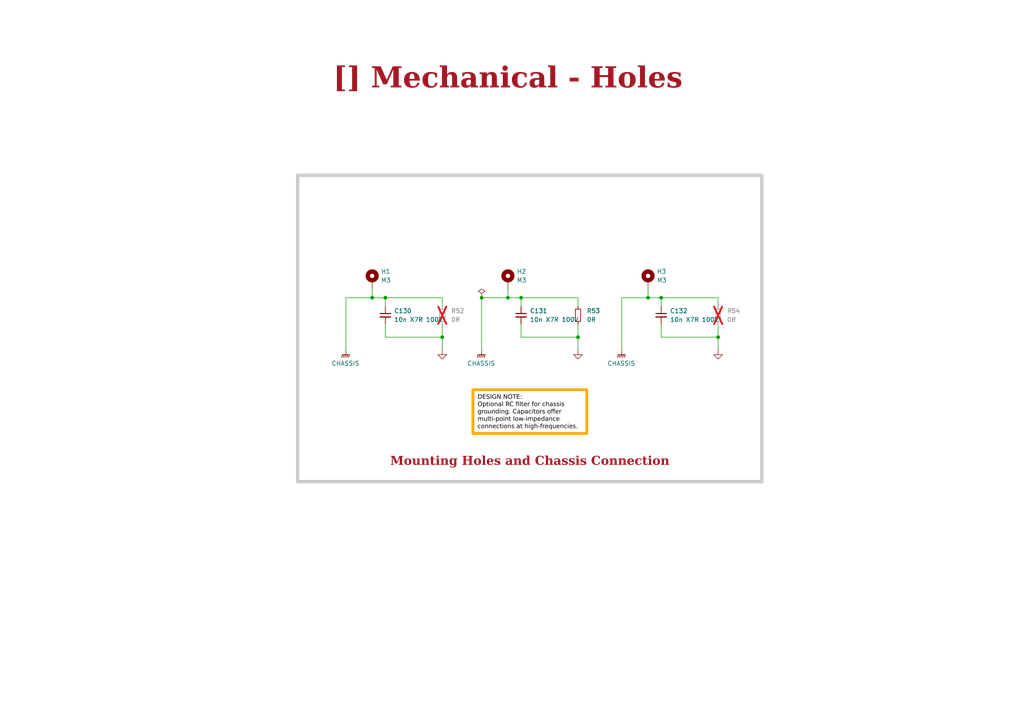
<source format=kicad_sch>
(kicad_sch (version 20230121) (generator eeschema)
  (paper "A4")
  (title_block (title "Mechanical - Holes") (date "2023-10-22") (rev "${REVISION}") (company "${COMPANY}"))
  (lib_symbols
    (symbol "0_power_symbols:CHASSIS" (power) (pin_names (offset 0))
      (property "Value" "CHASSIS" (at 0 -3.302 0))
      (symbol "CHASSIS_0_1"
        (polyline (pts (xy 0 -1.27) (xy 0 0)))
        (polyline (pts (xy -1.016 -1.27) (xy -1.27 -2.032) (xy -1.27 -2.032)) (stroke (width 0.2032)))
        (polyline (pts (xy -0.508 -1.27) (xy -0.762 -2.032) (xy -0.762 -2.032)) (stroke (width 0.2032)))
        (polyline (pts (xy 0 -1.27) (xy -0.254 -2.032) (xy -0.254 -2.032)) (stroke (width 0.2032)))
        (polyline (pts (xy 0.508 -1.27) (xy 0.254 -2.032) (xy 0.254 -2.032)) (stroke (width 0.2032)))
        (polyline (pts (xy 1.016 -1.27) (xy -1.016 -1.27) (xy -1.016 -1.27)) (stroke (width 0.2032)))
        (polyline (pts (xy 1.016 -1.27) (xy 0.762 -2.032) (xy 0.762 -2.032) (xy 0.762 -2.032)) (stroke (width 0.2032)))
      )
      (symbol "CHASSIS_1_1"
        (pin power_in line (at 0 0 270) (length 0) hide (name "CHASSIS") (number "1"))
      )
    )
    (symbol "Device:C_Small" (pin_numbers hide) (pin_names (offset 0.254) hide)
      (property "Reference" "C" (at 0.254 1.778 0))
      (property "Value" "C_Small" (at 0.254 -2.032 0))
      (symbol "C_Small_0_1"
        (polyline (pts (xy -1.524 -0.508) (xy 1.524 -0.508)) (stroke (width 0.3302)))
        (polyline (pts (xy -1.524 0.508) (xy 1.524 0.508)) (stroke (width 0.3048)))
      )
      (symbol "C_Small_1_1"
        (pin passive line (at 0 2.54 270) (length 2.032) (name "~") (number "1"))
        (pin passive line (at 0 -2.54 90) (length 2.032) (name "~") (number "2"))
      )
    )
    (symbol "Device:R_Small" (pin_numbers hide) (pin_names (offset 0.254) hide)
      (property "Reference" "R" (at 0.762 0.508 0))
      (property "Value" "R_Small" (at 0.762 -1.016 0))
      (symbol "R_Small_0_1"
        (rectangle (start -0.762 1.778) (end 0.762 -1.778) (stroke (width 0.2032)))
      )
      (symbol "R_Small_1_1"
        (pin passive line (at 0 2.54 270) (length 0.762) (name "~") (number "1"))
        (pin passive line (at 0 -2.54 90) (length 0.762) (name "~") (number "2"))
      )
    )
    (symbol "Mechanical:MountingHole_Pad" (pin_numbers hide) (pin_names (offset 1.016) hide)
      (property "Reference" "H" (at 0 6.35 0))
      (property "Value" "MountingHole_Pad" (at 0 4.445 0))
      (symbol "MountingHole_Pad_0_1"
        (circle (center 0 1.27) (radius 1.27) (stroke (width 1.27)))
      )
      (symbol "MountingHole_Pad_1_1"
        (pin input line (at 0 -2.54 90) (length 2.54) (name "1") (number "1"))
      )
    )
    (symbol "power:GND" (power) (pin_names (offset 0))
      (property "Value" "GND" (at 0 -3.81 0))
      (symbol "GND_0_1"
        (polyline (pts (xy 0 0) (xy 0 -1.27) (xy 1.27 -1.27) (xy 0 -2.54) (xy -1.27 -1.27) (xy 0 -1.27)))
      )
      (symbol "GND_1_1"
        (pin power_in line (at 0 0 270) (length 0) hide (name "GND") (number "1"))
      )
    )
    (symbol "power:PWR_FLAG" (power) (pin_numbers hide) (pin_names (offset 0) hide)
      (property "Value" "PWR_FLAG" (at 0 3.81 0))
      (symbol "PWR_FLAG_0_0"
        (pin power_out line (at 0 0 90) (length 0) (name "pwr") (number "1"))
      )
      (symbol "PWR_FLAG_0_1"
        (polyline (pts (xy 0 0) (xy 0 1.27) (xy -1.016 1.905) (xy 0 2.54) (xy 1.016 1.905) (xy 0 1.27)))
      )
    )
  )
  (junction (at 139.7 86.36))
  (junction (at 187.96 86.36))
  (junction (at 107.95 86.36))
  (junction (at 167.64 97.79))
  (junction (at 147.32 86.36))
  (junction (at 128.27 97.79))
  (junction (at 111.76 86.36))
  (junction (at 191.77 86.36))
  (junction (at 151.13 86.36))
  (junction (at 208.28 97.79))
  (wire (pts (xy 107.95 86.36) (xy 111.76 86.36)))
  (wire (pts (xy 111.76 97.79) (xy 128.27 97.79)))
  (wire (pts (xy 128.27 97.79) (xy 128.27 93.98)))
  (wire (pts (xy 208.28 97.79) (xy 208.28 101.6)))
  (wire (pts (xy 191.77 86.36) (xy 191.77 88.9)))
  (wire (pts (xy 187.96 83.82) (xy 187.96 86.36)))
  (wire (pts (xy 180.34 86.36) (xy 187.96 86.36)))
  (wire (pts (xy 180.34 101.6) (xy 180.34 86.36)))
  (wire (pts (xy 167.64 86.36) (xy 167.64 88.9)))
  (wire (pts (xy 208.28 86.36) (xy 208.28 88.9)))
  (wire (pts (xy 111.76 93.98) (xy 111.76 97.79)))
  (wire (pts (xy 139.7 86.36) (xy 139.7 101.6)))
  (wire (pts (xy 151.13 86.36) (xy 167.64 86.36)))
  (wire (pts (xy 128.27 86.36) (xy 128.27 88.9)))
  (wire (pts (xy 100.33 86.36) (xy 107.95 86.36)))
  (wire (pts (xy 191.77 97.79) (xy 208.28 97.79)))
  (wire (pts (xy 187.96 86.36) (xy 191.77 86.36)))
  (wire (pts (xy 167.64 97.79) (xy 167.64 93.98)))
  (wire (pts (xy 147.32 86.36) (xy 151.13 86.36)))
  (wire (pts (xy 147.32 83.82) (xy 147.32 86.36)))
  (wire (pts (xy 151.13 93.98) (xy 151.13 97.79)))
  (wire (pts (xy 151.13 97.79) (xy 167.64 97.79)))
  (wire (pts (xy 107.95 83.82) (xy 107.95 86.36)))
  (wire (pts (xy 208.28 97.79) (xy 208.28 93.98)))
  (wire (pts (xy 191.77 86.36) (xy 208.28 86.36)))
  (wire (pts (xy 151.13 86.36) (xy 151.13 88.9)))
  (wire (pts (xy 191.77 93.98) (xy 191.77 97.79)))
  (wire (pts (xy 111.76 86.36) (xy 111.76 88.9)))
  (wire (pts (xy 111.76 86.36) (xy 128.27 86.36)))
  (wire (pts (xy 167.64 97.79) (xy 167.64 101.6)))
  (wire (pts (xy 128.27 97.79) (xy 128.27 101.6)))
  (wire (pts (xy 139.7 86.36) (xy 147.32 86.36)))
  (wire (pts (xy 100.33 101.6) (xy 100.33 86.36)))
  (rectangle (start 86.36 50.8) (end 220.98 139.7) (stroke (width 1) (color 200 200 200 1)))
  (text_box "[${#}] ${TITLE}" (at 78.74 16.51 0) (size 137.16 12.7) (stroke (width -0.0001)) (effects (font (size 6 6) (thickness 1.2) bold)))
  (text_box "Mounting Holes and Chassis Connection" (at 87.63 128.27 0) (size 132.08 8.89) (stroke (width -0.0001)) (effects (font (size 2.54 2.54) (thickness 0.508) bold) (justify bottom)))
  (text_box "DESIGN NOTE:\nOptional RC filter for chassis grounding. Capacitors offer multi-point low-impedance connections at high-frequencies." (at 137.16 113.03 0) (size 33.02 12.7) (stroke (width 0.8) (color 255 165 0 1)) (effects (font (size 1.27 1.27)) (justify left top)))
  (symbol (lib_id "power:GND") (at 128.27 101.6 0) (unit 1)
    (property "Reference" "#PWR090" (effects hide))
    (property "Value" "GND" (effects hide))
  )
  (symbol (lib_id "Device:C_Small") (at 111.76 91.44 0) (unit 1) (in_bom no)
    (property "Reference" "C130" (at 114.3 90.1763 0) (effects (justify left)))
    (property "Value" "10n X7R 100V" (at 114.3 92.7163 0) (effects (justify left)))
    (property "Footprint" "0_capacitor_smd:C_0402_1005_DensityHigh" (effects hide))
    (property "Datasheet" "https://mm.digikey.com/Volume0/opasdata/d220001/medias/docus/2615/HMR105B7103KV-F_SS.pdf" (effects hide))
    (property "Description" "10000 pF ±10% 100V Ceramic Capacitor X7R 0402 (1005 Metric)" (effects hide))
    (property "Manufacturer" "Taiyo Yuden" (effects hide))
    (property "Manufacturer Part Number" "HMR105B7103KV-F" (effects hide))
    (property "Supplier 1" "Digikey" (effects hide))
    (property "Supplier Part Number 1" "587-HMR105B7103KV-FCT-ND" (effects hide))
  )
  (symbol (lib_id "Mechanical:MountingHole_Pad") (at 107.95 81.28 0) (unit 1) (in_bom no)
    (property "Reference" "H1" (at 110.49 78.74 0) (effects (justify left)))
    (property "Value" "M3" (at 110.49 81.28 0) (effects (justify left)))
    (property "Footprint" "0_pad:MountingHole_3.2mm_M3_Pad_Via" (effects hide))
  )
  (symbol (lib_id "power:PWR_FLAG") (at 139.7 86.36 0) (unit 1)
    (property "Reference" "#FLG01" (effects hide))
    (property "Value" "PWR_FLAG" (effects hide))
    (instances (project "amulet_controller" (path "" (reference "#FLG01") (unit 1)) (path "" (reference "#FLG011") (unit 1))))
  )
  (symbol (lib_id "0_power_symbols:CHASSIS") (at 100.33 101.6 0) (unit 1)
    (property "Reference" "#PWR089" (effects hide))
    (property "Value" "CHASSIS" (at 100.203 105.41 0))
  )
  (symbol (lib_id "0_power_symbols:CHASSIS") (at 139.7 101.6 0) (unit 1)
    (property "Reference" "#PWR091" (effects hide))
    (property "Value" "CHASSIS" (at 139.573 105.41 0))
  )
  (symbol (lib_id "Device:R_Small") (at 167.64 91.44 0) (unit 1)
    (property "Reference" "R53" (at 170.18 90.17 0) (effects (justify left)))
    (property "Value" "0R" (at 170.18 92.71 0) (effects (justify left)))
    (property "Footprint" "0_resistor_smd:R_0402_1005_DensityHigh" (effects hide))
    (property "Datasheet" "https://industrial.panasonic.com/ww/products/pt/general-purpose-chip-resistors/models/ERJ2GE0R00X" (effects hide))
    (property "Description" "0 Ohms Jumper Chip Resistor 0402 (1005 Metric) Automotive AEC-Q200 Thick Film" (effects hide))
    (property "Manufacturer" "Panasonic Electronic Components" (effects hide))
    (property "Manufacturer Part Number" "ERJ-2GE0R00X" (effects hide))
    (property "Supplier 1" "Digikey" (effects hide))
    (property "Supplier Part Number 1" "P0.0JCT-ND" (effects hide))
  )
  (symbol (lib_id "Device:C_Small") (at 191.77 91.44 0) (unit 1) (in_bom no)
    (property "Reference" "C132" (at 194.31 90.1763 0) (effects (justify left)))
    (property "Value" "10n X7R 100V" (at 194.31 92.7163 0) (effects (justify left)))
    (property "Footprint" "0_capacitor_smd:C_0402_1005_DensityHigh" (effects hide))
    (property "Datasheet" "https://mm.digikey.com/Volume0/opasdata/d220001/medias/docus/2615/HMR105B7103KV-F_SS.pdf" (effects hide))
    (property "Description" "10000 pF ±10% 100V Ceramic Capacitor X7R 0402 (1005 Metric)" (effects hide))
    (property "Manufacturer" "Taiyo Yuden" (effects hide))
    (property "Manufacturer Part Number" "HMR105B7103KV-F" (effects hide))
    (property "Supplier 1" "Digikey" (effects hide))
    (property "Supplier Part Number 1" "587-HMR105B7103KV-FCT-ND" (effects hide))
  )
  (symbol (lib_id "0_power_symbols:CHASSIS") (at 180.34 101.6 0) (unit 1)
    (property "Reference" "#PWR093" (effects hide))
    (property "Value" "CHASSIS" (at 180.213 105.41 0))
  )
  (symbol (lib_id "Device:C_Small") (at 151.13 91.44 0) (unit 1) (in_bom no)
    (property "Reference" "C131" (at 153.67 90.1763 0) (effects (justify left)))
    (property "Value" "10n X7R 100V" (at 153.67 92.7163 0) (effects (justify left)))
    (property "Footprint" "0_capacitor_smd:C_0402_1005_DensityHigh" (effects hide))
    (property "Datasheet" "https://mm.digikey.com/Volume0/opasdata/d220001/medias/docus/2615/HMR105B7103KV-F_SS.pdf" (effects hide))
    (property "Description" "10000 pF ±10% 100V Ceramic Capacitor X7R 0402 (1005 Metric)" (effects hide))
    (property "Manufacturer" "Taiyo Yuden" (effects hide))
    (property "Manufacturer Part Number" "HMR105B7103KV-F" (effects hide))
    (property "Supplier 1" "Digikey" (effects hide))
    (property "Supplier Part Number 1" "587-HMR105B7103KV-FCT-ND" (effects hide))
  )
  (symbol (lib_id "power:GND") (at 208.28 101.6 0) (unit 1)
    (property "Reference" "#PWR094" (effects hide))
    (property "Value" "GND" (effects hide))
  )
  (symbol (lib_id "Device:R_Small") (at 128.27 91.44 0) (unit 1) (in_bom no) (dnp yes)
    (property "Reference" "R52" (at 130.81 90.17 0) (effects (justify left)))
    (property "Value" "0R" (at 130.81 92.71 0) (effects (justify left)))
    (property "Footprint" "0_resistor_smd:R_0402_1005_DensityHigh" (effects hide))
    (property "Datasheet" "https://industrial.panasonic.com/ww/products/pt/general-purpose-chip-resistors/models/ERJ2GE0R00X" (effects hide))
    (property "Description" "0 Ohms Jumper Chip Resistor 0402 (1005 Metric) Automotive AEC-Q200 Thick Film" (effects hide))
    (property "Manufacturer" "Panasonic Electronic Components" (effects hide))
    (property "Manufacturer Part Number" "ERJ-2GE0R00X" (effects hide))
    (property "Supplier 1" "Digikey" (effects hide))
    (property "Supplier Part Number 1" "P0.0JCT-ND" (effects hide))
  )
  (symbol (lib_id "power:GND") (at 167.64 101.6 0) (unit 1)
    (property "Reference" "#PWR092" (effects hide))
    (property "Value" "GND" (effects hide))
  )
  (symbol (lib_id "Mechanical:MountingHole_Pad") (at 147.32 81.28 0) (unit 1) (in_bom no)
    (property "Reference" "H2" (at 149.86 78.74 0) (effects (justify left)))
    (property "Value" "M3" (at 149.86 81.28 0) (effects (justify left)))
    (property "Footprint" "0_pad:MountingHole_3.2mm_M3_Pad_Via" (effects hide))
  )
  (symbol (lib_id "Device:R_Small") (at 208.28 91.44 0) (unit 1) (in_bom no) (dnp yes)
    (property "Reference" "R54" (at 210.82 90.17 0) (effects (justify left)))
    (property "Value" "0R" (at 210.82 92.71 0) (effects (justify left)))
    (property "Footprint" "0_resistor_smd:R_0402_1005_DensityHigh" (effects hide))
    (property "Datasheet" "https://industrial.panasonic.com/ww/products/pt/general-purpose-chip-resistors/models/ERJ2GE0R00X" (effects hide))
    (property "Description" "0 Ohms Jumper Chip Resistor 0402 (1005 Metric) Automotive AEC-Q200 Thick Film" (effects hide))
    (property "Manufacturer" "Panasonic Electronic Components" (effects hide))
    (property "Manufacturer Part Number" "ERJ-2GE0R00X" (effects hide))
    (property "Supplier 1" "Digikey" (effects hide))
    (property "Supplier Part Number 1" "P0.0JCT-ND" (effects hide))
  )
  (symbol (lib_id "Mechanical:MountingHole_Pad") (at 187.96 81.28 0) (unit 1) (in_bom no)
    (property "Reference" "H3" (at 190.5 78.74 0) (effects (justify left)))
    (property "Value" "M3" (at 190.5 81.28 0) (effects (justify left)))
    (property "Footprint" "0_pad:MountingHole_3.2mm_M3_Pad_Via" (effects hide))
  )
)
</source>
